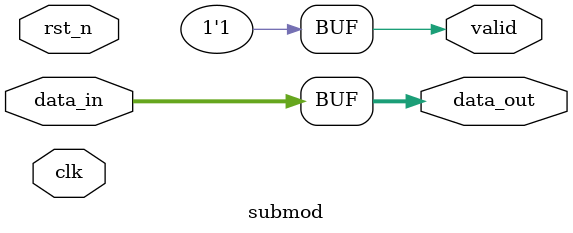
<source format=sv>
module submod (
    input  logic        clk,
    input  logic        rst_n,
    input  logic [7:0]  data_in,
    output logic [7:0]  data_out,
    output logic        valid
);
    assign data_out = data_in;
    assign valid = 1'b1;
endmodule

</source>
